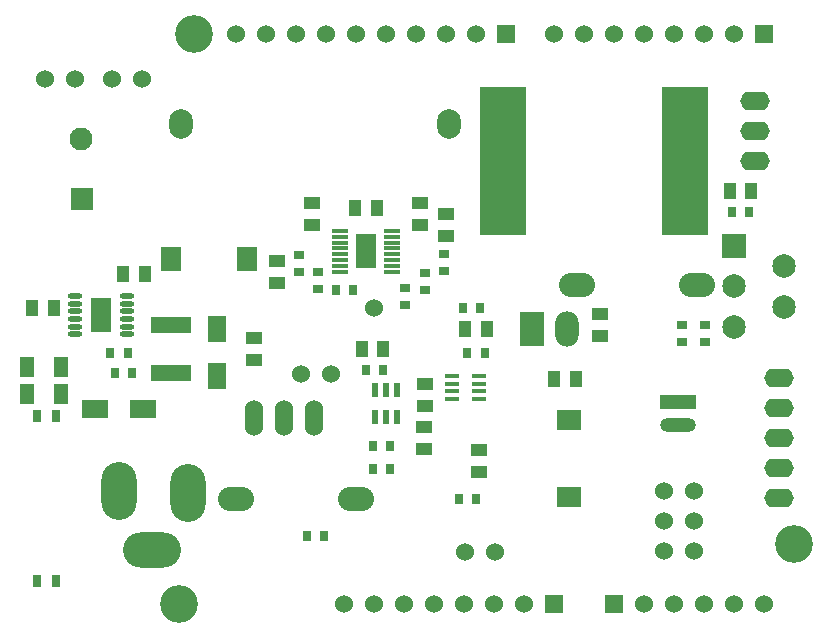
<source format=gbr>
%TF.GenerationSoftware,Altium Limited,Altium Designer,19.0.15 (446)*%
G04 Layer_Color=255*
%FSLAX25Y25*%
%MOIN*%
%TF.FileFunction,Pads,Top*%
%TF.Part,Single*%
G01*
G75*
%TA.AperFunction,SMDPad,CuDef*%
%ADD10R,0.02953X0.03543*%
%ADD11R,0.05315X0.04331*%
%ADD12R,0.04528X0.06890*%
%ADD13R,0.08071X0.06890*%
%ADD14R,0.04331X0.05315*%
%ADD15R,0.03543X0.02953*%
%ADD16R,0.04756X0.01636*%
%ADD17R,0.02000X0.04800*%
%ADD18R,0.13386X0.05315*%
%ADD19R,0.06693X0.11417*%
%ADD20O,0.04724X0.01772*%
%ADD21R,0.06902X0.11602*%
%ADD22R,0.05610X0.01181*%
%ADD23R,0.03150X0.03937*%
%ADD24R,0.06890X0.08071*%
%ADD25R,0.06496X0.08661*%
%ADD26R,0.08661X0.06496*%
%TA.AperFunction,ViaPad*%
%ADD33C,0.06000*%
%TA.AperFunction,ComponentPad*%
%ADD34O,0.07874X0.11811*%
%ADD35R,0.07874X0.11811*%
%ADD36R,0.15748X0.49213*%
%ADD37O,0.12000X0.04800*%
%ADD38R,0.12000X0.04800*%
%ADD39O,0.09843X0.06299*%
%ADD40C,0.07854*%
%ADD41R,0.07854X0.07854*%
%ADD42O,0.12000X0.08000*%
%ADD43C,0.07677*%
%ADD44R,0.07677X0.07677*%
%ADD45O,0.07874X0.09843*%
%ADD46O,0.06000X0.12000*%
%ADD47O,0.11811X0.19291*%
%ADD48O,0.19291X0.11811*%
%ADD49C,0.06000*%
%ADD50R,0.06000X0.06000*%
%TA.AperFunction,ViaPad*%
%ADD51C,0.12598*%
D10*
X97504Y32500D02*
D03*
X103212D02*
D03*
X123114Y87890D02*
D03*
X117405D02*
D03*
X107405Y114752D02*
D03*
X113114D02*
D03*
X244980Y140551D02*
D03*
X239272D02*
D03*
X154000Y45000D02*
D03*
X148291D02*
D03*
X156854Y93685D02*
D03*
X151146D02*
D03*
X149646Y108642D02*
D03*
X155354D02*
D03*
X119646Y55000D02*
D03*
X125354D02*
D03*
X39213Y87028D02*
D03*
X33504D02*
D03*
X125354Y62500D02*
D03*
X119646D02*
D03*
X37854Y93685D02*
D03*
X32146D02*
D03*
D11*
X195161Y99234D02*
D03*
Y106517D02*
D03*
X136642Y69032D02*
D03*
Y61748D02*
D03*
X99402Y143642D02*
D03*
Y136358D02*
D03*
X135260D02*
D03*
Y143642D02*
D03*
X87500Y124252D02*
D03*
Y116969D02*
D03*
X144000Y132717D02*
D03*
Y140000D02*
D03*
X155000Y53858D02*
D03*
Y61142D02*
D03*
X137134Y76047D02*
D03*
Y83331D02*
D03*
X80000Y98642D02*
D03*
Y91358D02*
D03*
D12*
X15807Y88817D02*
D03*
X4193D02*
D03*
X15807Y80000D02*
D03*
X4193D02*
D03*
D13*
X185000Y45554D02*
D03*
Y71145D02*
D03*
D14*
X115831Y94817D02*
D03*
X123114D02*
D03*
X187284Y85000D02*
D03*
X180000D02*
D03*
X120898Y142008D02*
D03*
X113614D02*
D03*
X238484Y147638D02*
D03*
X245768D02*
D03*
X150358Y101559D02*
D03*
X157642D02*
D03*
X5886Y108642D02*
D03*
X13169D02*
D03*
X36358Y120000D02*
D03*
X43642D02*
D03*
D15*
X130270Y109646D02*
D03*
Y115354D02*
D03*
X101185Y120650D02*
D03*
Y114941D02*
D03*
X137102Y120433D02*
D03*
Y114724D02*
D03*
X95000Y126177D02*
D03*
Y120468D02*
D03*
X143370Y126555D02*
D03*
Y120846D02*
D03*
X222500Y102854D02*
D03*
Y97146D02*
D03*
X230374D02*
D03*
Y102854D02*
D03*
D16*
X145862Y85953D02*
D03*
Y83394D02*
D03*
Y80835D02*
D03*
Y78276D02*
D03*
X154862D02*
D03*
Y80835D02*
D03*
Y83394D02*
D03*
Y85953D02*
D03*
D17*
X120260Y72326D02*
D03*
X124000D02*
D03*
X127740D02*
D03*
Y81326D02*
D03*
X124000D02*
D03*
X120260D02*
D03*
D18*
X52205Y87028D02*
D03*
Y102972D02*
D03*
D19*
X28839Y106280D02*
D03*
D20*
X37500Y99882D02*
D03*
Y102441D02*
D03*
Y105000D02*
D03*
Y107559D02*
D03*
Y110118D02*
D03*
Y112677D02*
D03*
X20177Y99882D02*
D03*
Y102441D02*
D03*
Y105000D02*
D03*
Y107559D02*
D03*
Y110118D02*
D03*
Y112677D02*
D03*
D21*
X117256Y127500D02*
D03*
D22*
X108547Y120610D02*
D03*
Y122579D02*
D03*
Y124547D02*
D03*
Y126516D02*
D03*
Y128484D02*
D03*
Y130453D02*
D03*
Y132421D02*
D03*
Y134390D02*
D03*
X125965D02*
D03*
Y132421D02*
D03*
Y130453D02*
D03*
Y128484D02*
D03*
Y126516D02*
D03*
Y124547D02*
D03*
Y122579D02*
D03*
Y120610D02*
D03*
D23*
X13996Y17500D02*
D03*
X7500D02*
D03*
X13996Y72500D02*
D03*
X7500D02*
D03*
D24*
X77756Y125000D02*
D03*
X52165D02*
D03*
D25*
X67500Y85811D02*
D03*
Y101559D02*
D03*
D26*
X42874Y75000D02*
D03*
X27126D02*
D03*
D33*
X120000Y108548D02*
D03*
X216810Y27500D02*
D03*
X226810D02*
D03*
X216810Y37500D02*
D03*
X226810D02*
D03*
X216810Y47500D02*
D03*
X226810D02*
D03*
X150280Y27205D02*
D03*
X160280D02*
D03*
X95561Y86563D02*
D03*
X105561D02*
D03*
X10280Y185000D02*
D03*
X20280D02*
D03*
X42780D02*
D03*
X32780D02*
D03*
D34*
X184311Y101536D02*
D03*
D35*
X172500D02*
D03*
D36*
X163096Y157500D02*
D03*
X223530D02*
D03*
D37*
X221457Y69488D02*
D03*
D38*
Y77362D02*
D03*
D39*
X246850Y157500D02*
D03*
Y167500D02*
D03*
Y177500D02*
D03*
X255000Y75390D02*
D03*
Y65390D02*
D03*
Y55390D02*
D03*
Y45390D02*
D03*
X255000Y85390D02*
D03*
D40*
X256650Y109114D02*
D03*
Y122500D02*
D03*
X240150Y102421D02*
D03*
Y115807D02*
D03*
D41*
Y129193D02*
D03*
D42*
X114000Y45000D02*
D03*
X74000D02*
D03*
X227500Y116331D02*
D03*
X187500D02*
D03*
D43*
X22461Y164842D02*
D03*
D44*
X22500Y144843D02*
D03*
D45*
X55630Y170000D02*
D03*
X145000D02*
D03*
D46*
X80000Y72024D02*
D03*
X90000D02*
D03*
X100000D02*
D03*
D47*
X35000Y47500D02*
D03*
X57835Y47000D02*
D03*
D48*
X46024Y28102D02*
D03*
D49*
X160000Y10000D02*
D03*
X170000D02*
D03*
X110000D02*
D03*
X120000D02*
D03*
X130000D02*
D03*
X140000D02*
D03*
X150000D02*
D03*
X230000Y200000D02*
D03*
X240000D02*
D03*
X180000D02*
D03*
X190000D02*
D03*
X200000D02*
D03*
X210000D02*
D03*
X220000D02*
D03*
X74000D02*
D03*
X84000D02*
D03*
X94000D02*
D03*
X104000D02*
D03*
X114000D02*
D03*
X124000D02*
D03*
X134000D02*
D03*
X144000D02*
D03*
X154000D02*
D03*
X250000Y10000D02*
D03*
X240000D02*
D03*
X230000D02*
D03*
X220000D02*
D03*
X210000D02*
D03*
D50*
X180000D02*
D03*
X250000Y200000D02*
D03*
X164000D02*
D03*
X200000Y10000D02*
D03*
D51*
X60000Y200000D02*
D03*
X55000Y10000D02*
D03*
X260000Y30000D02*
D03*
%TF.MD5,5d5aea218cc14854e0cc9024a0539c38*%
M02*

</source>
